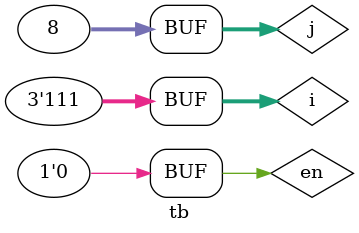
<source format=v>
module tb();
  reg [2:0] i;
  reg en;
  wire [7:0] out;
  integer j;
  deco d1(i, en, out);
  
  initial begin
    $monitor("i=%b, en=%b || out=%b", i, en, out);
    $dumpfile("dump.vcd");
    $dumpvars;
    
    en = 1;
    for (j = 0; j < 8; j++) begin
      i = j;
      #10;
    end
    
    en = 0; 
    i = 3'b111; 
    #10;
  end
endmodule

</source>
